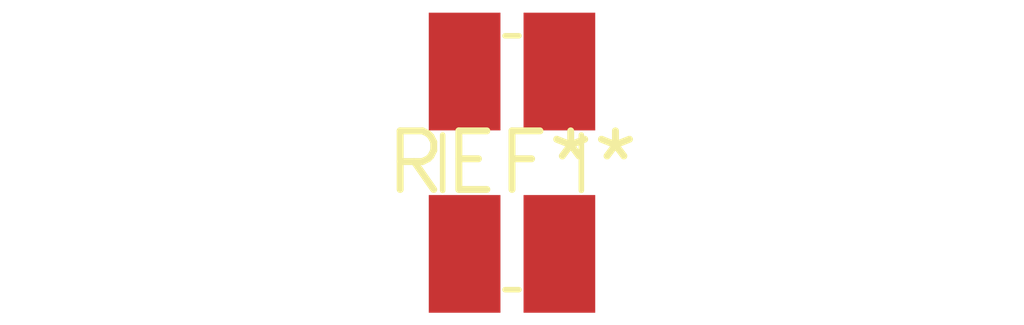
<source format=kicad_pcb>
(kicad_pcb (version 20240108) (generator pcbnew)
  (layers (0 "F.Cu" signal) (31 "B.Cu" signal) (34 "B.Paste" user) (35 "F.Paste" user) (36 "B.SilkS" user "B.Silkscreen") (37 "F.SilkS" user "F.Silkscreen") (38 "B.Mask" user) (39 "F.Mask" user) (44 "Edge.Cuts" user))
  (net 0 "")
  (footprint "R_Shunt_Ohmite_LVK20" (layer "F.Cu") (at 0 0)
    (property "Reference" "REF**")
    (property "Value" "R_Shunt_Ohmite_LVK20")
    (fp_line (start -1.5 0.6) (end -1.5 -0.6) (layer "F.SilkS") (stroke (width 0.12)))
    (fp_line (start 0.15 -2.75) (end -0.15 -2.75) (layer "F.SilkS") (stroke (width 0.12)))
    (fp_line (start 0.15 2.75) (end -0.15 2.75) (layer "F.SilkS") (stroke (width 0.12)))
    (fp_line (start 1.5 -0.6) (end 1.5 0.6) (layer "F.SilkS") (stroke (width 0.12)))
    (pad "1" smd rect (at -1.025 -1.975) (size 1.55 2.55) (layers "F.Cu" "F.Paste" "F.Mask"))
    (pad "2" smd rect (at 1.025 -1.975) (size 1.55 2.55) (layers "F.Cu" "F.Paste" "F.Mask"))
    (pad "3" smd rect (at 1.025 1.975) (size 1.55 2.55) (layers "F.Cu" "F.Paste" "F.Mask"))
    (pad "4" smd rect (at -1.025 1.975) (size 1.55 2.55) (layers "F.Cu" "F.Paste" "F.Mask"))
  )
)
</source>
